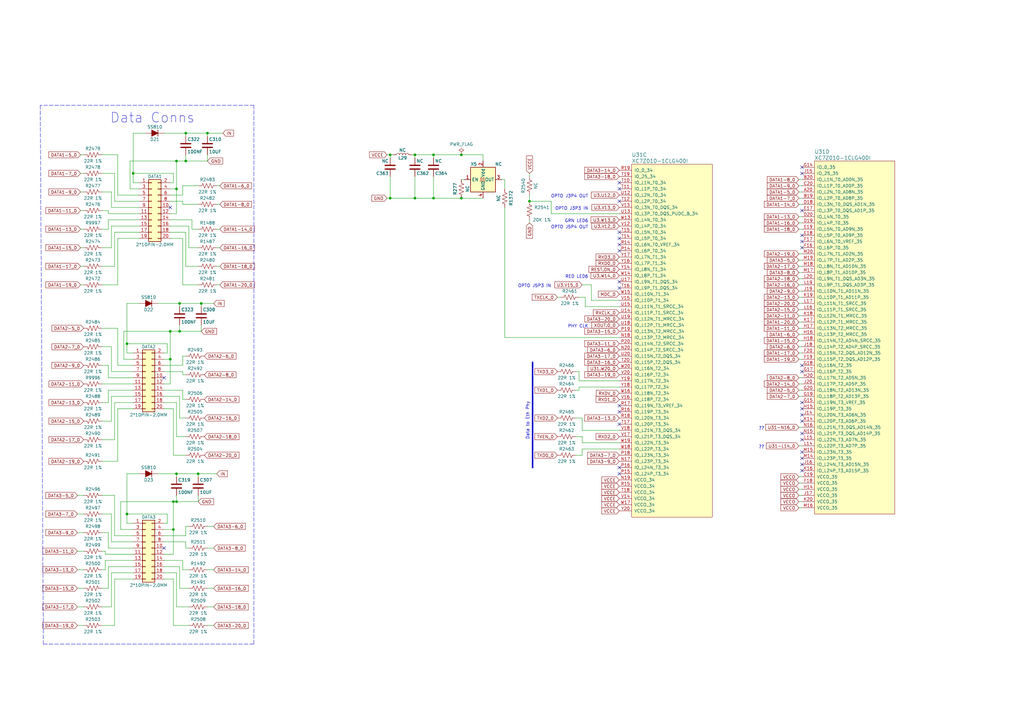
<source format=kicad_sch>
(kicad_sch (version 20210126) (generator eeschema)
  (paper "A3")
  (title_block (title "EBAZ4205 Schematic rebuild.") (date "2021-02-15") (rev "V004") (comment 1 "Some schematic symbols have been eeditted to clear DRC errors") (comment 2 "Extra PWR_FLAGS have been added to clear DRC errors") (comment 3 "Kicad does not allow refs like RxxxA some some devices have been renumbered"))
  (junction (at 52.07 140.97) (diameter 0.9144))
  (junction (at 52.07 210.82) (diameter 0.9144))
  (junction (at 54.61 71.12) (diameter 0.9144))
  (junction (at 69.85 135.89) (diameter 0.9144))
  (junction (at 69.85 147.32) (diameter 0.9144))
  (junction (at 71.12 205.74) (diameter 0.9144))
  (junction (at 71.12 217.17) (diameter 0.9144))
  (junction (at 72.39 66.04) (diameter 0.9144))
  (junction (at 72.39 77.47) (diameter 0.9144))
  (junction (at 72.39 194.31) (diameter 0.9144))
  (junction (at 72.39 205.74) (diameter 0.9144))
  (junction (at 73.66 124.46) (diameter 0.9144))
  (junction (at 73.66 135.89) (diameter 0.9144))
  (junction (at 76.2 54.61) (diameter 0.9144))
  (junction (at 76.2 66.04) (diameter 0.9144))
  (junction (at 81.28 194.31) (diameter 0.9144))
  (junction (at 82.55 124.46) (diameter 0.9144))
  (junction (at 85.09 54.61) (diameter 0.9144))
  (junction (at 160.02 63.5) (diameter 0.9144))
  (junction (at 160.02 81.28) (diameter 0.9144))
  (junction (at 170.18 63.5) (diameter 0.9144))
  (junction (at 170.18 81.28) (diameter 0.9144))
  (junction (at 177.8 63.5) (diameter 0.9144))
  (junction (at 177.8 81.28) (diameter 0.9144))
  (junction (at 189.23 63.5) (diameter 0.9144))
  (junction (at 189.23 81.28) (diameter 0.9144))
  (junction (at 217.17 82.55) (diameter 0.9144))
  (no_connect (at 67.31 154.94))
  (no_connect (at 67.31 224.79))
  (no_connect (at 69.85 85.09))
  (no_connect (at 254 74.93))
  (no_connect (at 254 77.47))
  (no_connect (at 254 82.55))
  (no_connect (at 254 95.25))
  (no_connect (at 254 97.79))
  (no_connect (at 254 100.33))
  (no_connect (at 254 102.87))
  (no_connect (at 254 115.57))
  (no_connect (at 254 118.11))
  (no_connect (at 254 166.37))
  (no_connect (at 254 168.91))
  (no_connect (at 254 173.99))
  (no_connect (at 254 191.77))
  (no_connect (at 254 194.31))
  (no_connect (at 328.93 68.58))
  (no_connect (at 328.93 71.12))
  (no_connect (at 328.93 86.36))
  (no_connect (at 328.93 96.52))
  (no_connect (at 328.93 99.06))
  (no_connect (at 328.93 101.6))
  (no_connect (at 328.93 149.86))
  (no_connect (at 328.93 152.4))
  (no_connect (at 328.93 165.1))
  (no_connect (at 328.93 167.64))
  (no_connect (at 328.93 170.18))
  (no_connect (at 328.93 172.72))
  (no_connect (at 328.93 177.8))
  (no_connect (at 328.93 180.34))
  (no_connect (at 328.93 185.42))
  (no_connect (at 328.93 187.96))
  (no_connect (at 328.93 190.5))
  (no_connect (at 328.93 193.04))
  (wire (pts (xy 31.75 203.2) (xy 34.29 203.2)))
  (wire (pts (xy 31.75 210.82) (xy 34.29 210.82)))
  (wire (pts (xy 31.75 218.44) (xy 34.29 218.44)))
  (wire (pts (xy 31.75 226.06) (xy 34.29 226.06)))
  (wire (pts (xy 31.75 233.68) (xy 34.29 233.68)))
  (wire (pts (xy 31.75 241.3) (xy 34.29 241.3)))
  (wire (pts (xy 31.75 248.92) (xy 34.29 248.92)))
  (wire (pts (xy 31.75 256.54) (xy 34.29 256.54)))
  (wire (pts (xy 33.02 63.5) (xy 34.29 63.5)))
  (wire (pts (xy 33.02 71.12) (xy 34.29 71.12)))
  (wire (pts (xy 33.02 78.74) (xy 34.29 78.74)))
  (wire (pts (xy 33.02 86.36) (xy 34.29 86.36)))
  (wire (pts (xy 33.02 93.98) (xy 34.29 93.98)))
  (wire (pts (xy 33.02 101.6) (xy 34.29 101.6)))
  (wire (pts (xy 33.02 109.22) (xy 34.29 109.22)))
  (wire (pts (xy 33.02 116.84) (xy 34.29 116.84)))
  (wire (pts (xy 41.91 71.12) (xy 46.99 71.12)))
  (wire (pts (xy 41.91 78.74) (xy 45.72 78.74)))
  (wire (pts (xy 41.91 86.36) (xy 44.45 86.36)))
  (wire (pts (xy 41.91 93.98) (xy 44.45 93.98)))
  (wire (pts (xy 41.91 101.6) (xy 45.72 101.6)))
  (wire (pts (xy 41.91 109.22) (xy 46.99 109.22)))
  (wire (pts (xy 41.91 157.48) (xy 54.61 157.48)))
  (wire (pts (xy 41.91 189.23) (xy 48.26 189.23)))
  (wire (pts (xy 41.91 226.06) (xy 43.18 226.06)))
  (wire (pts (xy 43.18 226.06) (xy 43.18 227.33)))
  (wire (pts (xy 43.18 227.33) (xy 54.61 227.33)))
  (wire (pts (xy 43.18 229.87) (xy 43.18 233.68)))
  (wire (pts (xy 43.18 233.68) (xy 41.91 233.68)))
  (wire (pts (xy 44.45 86.36) (xy 44.45 87.63)))
  (wire (pts (xy 44.45 87.63) (xy 57.15 87.63)))
  (wire (pts (xy 44.45 90.17) (xy 57.15 90.17)))
  (wire (pts (xy 44.45 93.98) (xy 44.45 90.17)))
  (wire (pts (xy 44.45 149.86) (xy 41.91 149.86)))
  (wire (pts (xy 44.45 154.94) (xy 44.45 149.86)))
  (wire (pts (xy 44.45 160.02) (xy 44.45 165.1)))
  (wire (pts (xy 44.45 165.1) (xy 41.91 165.1)))
  (wire (pts (xy 44.45 218.44) (xy 41.91 218.44)))
  (wire (pts (xy 44.45 224.79) (xy 44.45 218.44)))
  (wire (pts (xy 44.45 232.41) (xy 44.45 241.3)))
  (wire (pts (xy 44.45 241.3) (xy 41.91 241.3)))
  (wire (pts (xy 45.72 78.74) (xy 45.72 85.09)))
  (wire (pts (xy 45.72 85.09) (xy 57.15 85.09)))
  (wire (pts (xy 45.72 92.71) (xy 57.15 92.71)))
  (wire (pts (xy 45.72 101.6) (xy 45.72 92.71)))
  (wire (pts (xy 45.72 142.24) (xy 41.91 142.24)))
  (wire (pts (xy 45.72 152.4) (xy 45.72 142.24)))
  (wire (pts (xy 45.72 162.56) (xy 45.72 172.72)))
  (wire (pts (xy 45.72 172.72) (xy 41.91 172.72)))
  (wire (pts (xy 45.72 210.82) (xy 41.91 210.82)))
  (wire (pts (xy 45.72 222.25) (xy 45.72 210.82)))
  (wire (pts (xy 45.72 234.95) (xy 45.72 248.92)))
  (wire (pts (xy 45.72 248.92) (xy 41.91 248.92)))
  (wire (pts (xy 46.99 71.12) (xy 46.99 82.55)))
  (wire (pts (xy 46.99 82.55) (xy 57.15 82.55)))
  (wire (pts (xy 46.99 95.25) (xy 57.15 95.25)))
  (wire (pts (xy 46.99 109.22) (xy 46.99 95.25)))
  (wire (pts (xy 46.99 165.1) (xy 46.99 180.34)))
  (wire (pts (xy 46.99 180.34) (xy 41.91 180.34)))
  (wire (pts (xy 46.99 203.2) (xy 41.91 203.2)))
  (wire (pts (xy 46.99 219.71) (xy 46.99 203.2)))
  (wire (pts (xy 46.99 237.49) (xy 46.99 256.54)))
  (wire (pts (xy 46.99 256.54) (xy 41.91 256.54)))
  (wire (pts (xy 48.26 63.5) (xy 41.91 63.5)))
  (wire (pts (xy 48.26 80.01) (xy 48.26 63.5)))
  (wire (pts (xy 48.26 97.79) (xy 48.26 116.84)))
  (wire (pts (xy 48.26 116.84) (xy 41.91 116.84)))
  (wire (pts (xy 48.26 134.62) (xy 41.91 134.62)))
  (wire (pts (xy 48.26 149.86) (xy 48.26 134.62)))
  (wire (pts (xy 48.26 167.64) (xy 48.26 189.23)))
  (wire (pts (xy 49.53 205.74) (xy 49.53 217.17)))
  (wire (pts (xy 49.53 205.74) (xy 71.12 205.74)))
  (wire (pts (xy 49.53 217.17) (xy 54.61 217.17)))
  (wire (pts (xy 50.8 135.89) (xy 50.8 147.32)))
  (wire (pts (xy 50.8 147.32) (xy 54.61 147.32)))
  (wire (pts (xy 52.07 124.46) (xy 52.07 140.97)))
  (wire (pts (xy 52.07 124.46) (xy 57.15 124.46)))
  (wire (pts (xy 52.07 140.97) (xy 52.07 144.78)))
  (wire (pts (xy 52.07 140.97) (xy 68.58 140.97)))
  (wire (pts (xy 52.07 144.78) (xy 54.61 144.78)))
  (wire (pts (xy 52.07 194.31) (xy 52.07 210.82)))
  (wire (pts (xy 52.07 210.82) (xy 52.07 214.63)))
  (wire (pts (xy 52.07 210.82) (xy 68.58 210.82)))
  (wire (pts (xy 52.07 214.63) (xy 54.61 214.63)))
  (wire (pts (xy 53.34 66.04) (xy 53.34 77.47)))
  (wire (pts (xy 53.34 77.47) (xy 57.15 77.47)))
  (wire (pts (xy 54.61 54.61) (xy 54.61 71.12)))
  (wire (pts (xy 54.61 71.12) (xy 54.61 74.93)))
  (wire (pts (xy 54.61 71.12) (xy 71.12 71.12)))
  (wire (pts (xy 54.61 74.93) (xy 57.15 74.93)))
  (wire (pts (xy 54.61 149.86) (xy 48.26 149.86)))
  (wire (pts (xy 54.61 152.4) (xy 45.72 152.4)))
  (wire (pts (xy 54.61 154.94) (xy 44.45 154.94)))
  (wire (pts (xy 54.61 160.02) (xy 44.45 160.02)))
  (wire (pts (xy 54.61 162.56) (xy 45.72 162.56)))
  (wire (pts (xy 54.61 165.1) (xy 46.99 165.1)))
  (wire (pts (xy 54.61 167.64) (xy 48.26 167.64)))
  (wire (pts (xy 54.61 219.71) (xy 46.99 219.71)))
  (wire (pts (xy 54.61 222.25) (xy 45.72 222.25)))
  (wire (pts (xy 54.61 224.79) (xy 44.45 224.79)))
  (wire (pts (xy 54.61 229.87) (xy 43.18 229.87)))
  (wire (pts (xy 54.61 232.41) (xy 44.45 232.41)))
  (wire (pts (xy 54.61 234.95) (xy 45.72 234.95)))
  (wire (pts (xy 54.61 237.49) (xy 46.99 237.49)))
  (wire (pts (xy 57.15 80.01) (xy 48.26 80.01)))
  (wire (pts (xy 57.15 97.79) (xy 48.26 97.79)))
  (wire (pts (xy 57.15 194.31) (xy 52.07 194.31)))
  (wire (pts (xy 59.69 54.61) (xy 54.61 54.61)))
  (wire (pts (xy 64.77 124.46) (xy 73.66 124.46)))
  (wire (pts (xy 64.77 194.31) (xy 72.39 194.31)))
  (wire (pts (xy 67.31 54.61) (xy 76.2 54.61)))
  (wire (pts (xy 67.31 147.32) (xy 69.85 147.32)))
  (wire (pts (xy 67.31 217.17) (xy 71.12 217.17)))
  (wire (pts (xy 67.31 219.71) (xy 76.2 219.71)))
  (wire (pts (xy 67.31 222.25) (xy 76.2 222.25)))
  (wire (pts (xy 67.31 227.33) (xy 71.12 227.33)))
  (wire (pts (xy 67.31 229.87) (xy 74.93 229.87)))
  (wire (pts (xy 67.31 232.41) (xy 73.66 232.41)))
  (wire (pts (xy 67.31 234.95) (xy 72.39 234.95)))
  (wire (pts (xy 67.31 237.49) (xy 71.12 237.49)))
  (wire (pts (xy 68.58 140.97) (xy 68.58 144.78)))
  (wire (pts (xy 68.58 144.78) (xy 67.31 144.78)))
  (wire (pts (xy 68.58 210.82) (xy 68.58 214.63)))
  (wire (pts (xy 68.58 214.63) (xy 67.31 214.63)))
  (wire (pts (xy 69.85 77.47) (xy 72.39 77.47)))
  (wire (pts (xy 69.85 135.89) (xy 50.8 135.89)))
  (wire (pts (xy 69.85 147.32) (xy 69.85 135.89)))
  (wire (pts (xy 69.85 147.32) (xy 69.85 157.48)))
  (wire (pts (xy 69.85 157.48) (xy 67.31 157.48)))
  (wire (pts (xy 71.12 71.12) (xy 71.12 74.93)))
  (wire (pts (xy 71.12 74.93) (xy 69.85 74.93)))
  (wire (pts (xy 71.12 167.64) (xy 67.31 167.64)))
  (wire (pts (xy 71.12 186.69) (xy 71.12 167.64)))
  (wire (pts (xy 71.12 217.17) (xy 71.12 205.74)))
  (wire (pts (xy 71.12 217.17) (xy 71.12 227.33)))
  (wire (pts (xy 71.12 237.49) (xy 71.12 256.54)))
  (wire (pts (xy 71.12 256.54) (xy 77.47 256.54)))
  (wire (pts (xy 72.39 66.04) (xy 53.34 66.04)))
  (wire (pts (xy 72.39 77.47) (xy 72.39 66.04)))
  (wire (pts (xy 72.39 77.47) (xy 72.39 87.63)))
  (wire (pts (xy 72.39 87.63) (xy 69.85 87.63)))
  (wire (pts (xy 72.39 165.1) (xy 67.31 165.1)))
  (wire (pts (xy 72.39 179.07) (xy 72.39 165.1)))
  (wire (pts (xy 72.39 194.31) (xy 72.39 195.58)))
  (wire (pts (xy 72.39 203.2) (xy 72.39 205.74)))
  (wire (pts (xy 72.39 205.74) (xy 71.12 205.74)))
  (wire (pts (xy 72.39 234.95) (xy 72.39 248.92)))
  (wire (pts (xy 72.39 248.92) (xy 77.47 248.92)))
  (wire (pts (xy 73.66 124.46) (xy 73.66 125.73)))
  (wire (pts (xy 73.66 124.46) (xy 82.55 124.46)))
  (wire (pts (xy 73.66 133.35) (xy 73.66 135.89)))
  (wire (pts (xy 73.66 135.89) (xy 69.85 135.89)))
  (wire (pts (xy 73.66 162.56) (xy 67.31 162.56)))
  (wire (pts (xy 73.66 171.45) (xy 73.66 162.56)))
  (wire (pts (xy 73.66 232.41) (xy 73.66 241.3)))
  (wire (pts (xy 73.66 241.3) (xy 77.47 241.3)))
  (wire (pts (xy 74.93 76.2) (xy 74.93 80.01)))
  (wire (pts (xy 74.93 80.01) (xy 69.85 80.01)))
  (wire (pts (xy 74.93 82.55) (xy 69.85 82.55)))
  (wire (pts (xy 74.93 83.82) (xy 74.93 82.55)))
  (wire (pts (xy 74.93 97.79) (xy 69.85 97.79)))
  (wire (pts (xy 74.93 116.84) (xy 74.93 97.79)))
  (wire (pts (xy 74.93 146.05) (xy 74.93 149.86)))
  (wire (pts (xy 74.93 149.86) (xy 67.31 149.86)))
  (wire (pts (xy 74.93 152.4) (xy 67.31 152.4)))
  (wire (pts (xy 74.93 153.67) (xy 74.93 152.4)))
  (wire (pts (xy 74.93 160.02) (xy 67.31 160.02)))
  (wire (pts (xy 74.93 163.83) (xy 74.93 160.02)))
  (wire (pts (xy 74.93 229.87) (xy 74.93 233.68)))
  (wire (pts (xy 74.93 233.68) (xy 77.47 233.68)))
  (wire (pts (xy 76.2 54.61) (xy 76.2 55.88)))
  (wire (pts (xy 76.2 54.61) (xy 85.09 54.61)))
  (wire (pts (xy 76.2 63.5) (xy 76.2 66.04)))
  (wire (pts (xy 76.2 66.04) (xy 72.39 66.04)))
  (wire (pts (xy 76.2 95.25) (xy 69.85 95.25)))
  (wire (pts (xy 76.2 109.22) (xy 76.2 95.25)))
  (wire (pts (xy 76.2 146.05) (xy 74.93 146.05)))
  (wire (pts (xy 76.2 153.67) (xy 74.93 153.67)))
  (wire (pts (xy 76.2 163.83) (xy 74.93 163.83)))
  (wire (pts (xy 76.2 171.45) (xy 73.66 171.45)))
  (wire (pts (xy 76.2 179.07) (xy 72.39 179.07)))
  (wire (pts (xy 76.2 186.69) (xy 71.12 186.69)))
  (wire (pts (xy 76.2 215.9) (xy 77.47 215.9)))
  (wire (pts (xy 76.2 219.71) (xy 76.2 215.9)))
  (wire (pts (xy 76.2 222.25) (xy 76.2 224.79)))
  (wire (pts (xy 76.2 224.79) (xy 77.47 224.79)))
  (wire (pts (xy 77.47 92.71) (xy 69.85 92.71)))
  (wire (pts (xy 77.47 101.6) (xy 77.47 92.71)))
  (wire (pts (xy 78.74 90.17) (xy 69.85 90.17)))
  (wire (pts (xy 78.74 93.98) (xy 78.74 90.17)))
  (wire (pts (xy 81.28 76.2) (xy 74.93 76.2)))
  (wire (pts (xy 81.28 83.82) (xy 74.93 83.82)))
  (wire (pts (xy 81.28 93.98) (xy 78.74 93.98)))
  (wire (pts (xy 81.28 101.6) (xy 77.47 101.6)))
  (wire (pts (xy 81.28 109.22) (xy 76.2 109.22)))
  (wire (pts (xy 81.28 116.84) (xy 74.93 116.84)))
  (wire (pts (xy 81.28 194.31) (xy 72.39 194.31)))
  (wire (pts (xy 81.28 194.31) (xy 81.28 195.58)))
  (wire (pts (xy 81.28 194.31) (xy 88.9 194.31)))
  (wire (pts (xy 81.28 203.2) (xy 81.28 205.74)))
  (wire (pts (xy 81.28 205.74) (xy 72.39 205.74)))
  (wire (pts (xy 82.55 124.46) (xy 82.55 125.73)))
  (wire (pts (xy 82.55 124.46) (xy 87.63 124.46)))
  (wire (pts (xy 82.55 133.35) (xy 82.55 135.89)))
  (wire (pts (xy 82.55 135.89) (xy 73.66 135.89)))
  (wire (pts (xy 85.09 54.61) (xy 85.09 55.88)))
  (wire (pts (xy 85.09 54.61) (xy 91.44 54.61)))
  (wire (pts (xy 85.09 63.5) (xy 85.09 66.04)))
  (wire (pts (xy 85.09 66.04) (xy 76.2 66.04)))
  (wire (pts (xy 85.09 215.9) (xy 87.63 215.9)))
  (wire (pts (xy 85.09 224.79) (xy 87.63 224.79)))
  (wire (pts (xy 85.09 233.68) (xy 87.63 233.68)))
  (wire (pts (xy 85.09 241.3) (xy 87.63 241.3)))
  (wire (pts (xy 85.09 248.92) (xy 87.63 248.92)))
  (wire (pts (xy 85.09 256.54) (xy 87.63 256.54)))
  (wire (pts (xy 88.9 76.2) (xy 90.17 76.2)))
  (wire (pts (xy 88.9 83.82) (xy 90.17 83.82)))
  (wire (pts (xy 88.9 93.98) (xy 90.17 93.98)))
  (wire (pts (xy 88.9 101.6) (xy 90.17 101.6)))
  (wire (pts (xy 88.9 109.22) (xy 90.17 109.22)))
  (wire (pts (xy 88.9 116.84) (xy 90.17 116.84)))
  (wire (pts (xy 158.75 63.5) (xy 160.02 63.5)))
  (wire (pts (xy 160.02 63.5) (xy 160.02 64.77)))
  (wire (pts (xy 160.02 72.39) (xy 160.02 81.28)))
  (wire (pts (xy 160.02 81.28) (xy 158.75 81.28)))
  (wire (pts (xy 161.29 63.5) (xy 160.02 63.5)))
  (wire (pts (xy 168.91 63.5) (xy 170.18 63.5)))
  (wire (pts (xy 170.18 63.5) (xy 170.18 64.77)))
  (wire (pts (xy 170.18 63.5) (xy 177.8 63.5)))
  (wire (pts (xy 170.18 72.39) (xy 170.18 81.28)))
  (wire (pts (xy 170.18 81.28) (xy 160.02 81.28)))
  (wire (pts (xy 177.8 63.5) (xy 177.8 64.77)))
  (wire (pts (xy 177.8 63.5) (xy 189.23 63.5)))
  (wire (pts (xy 177.8 72.39) (xy 177.8 81.28)))
  (wire (pts (xy 177.8 81.28) (xy 170.18 81.28)))
  (wire (pts (xy 177.8 81.28) (xy 189.23 81.28)))
  (wire (pts (xy 189.23 63.5) (xy 198.12 63.5)))
  (wire (pts (xy 190.5 73.66) (xy 189.23 73.66)))
  (wire (pts (xy 198.12 63.5) (xy 198.12 66.04)))
  (wire (pts (xy 198.12 81.28) (xy 189.23 81.28)))
  (wire (pts (xy 205.74 73.66) (xy 207.01 73.66)))
  (wire (pts (xy 207.01 73.66) (xy 207.01 77.47)))
  (wire (pts (xy 207.01 85.09) (xy 207.01 138.43)))
  (wire (pts (xy 207.01 138.43) (xy 254 138.43)))
  (wire (pts (xy 217.17 71.12) (xy 217.17 72.39)))
  (wire (pts (xy 217.17 80.01) (xy 217.17 82.55)))
  (wire (pts (xy 217.17 82.55) (xy 226.06 82.55)))
  (wire (pts (xy 217.17 90.17) (xy 217.17 91.44)))
  (wire (pts (xy 226.06 87.63) (xy 226.06 82.55)))
  (wire (pts (xy 228.6 121.92) (xy 229.87 121.92)))
  (wire (pts (xy 236.22 160.02) (xy 237.49 160.02)))
  (wire (pts (xy 236.22 179.07) (xy 238.76 179.07)))
  (wire (pts (xy 236.22 186.69) (xy 238.76 186.69)))
  (wire (pts (xy 237.49 152.4) (xy 236.22 152.4)))
  (wire (pts (xy 237.49 156.21) (xy 237.49 152.4)))
  (wire (pts (xy 237.49 158.75) (xy 237.49 160.02)))
  (wire (pts (xy 238.76 116.84) (xy 242.57 116.84)))
  (wire (pts (xy 238.76 171.45) (xy 236.22 171.45)))
  (wire (pts (xy 238.76 176.53) (xy 238.76 171.45)))
  (wire (pts (xy 238.76 181.61) (xy 238.76 179.07)))
  (wire (pts (xy 238.76 184.15) (xy 238.76 186.69)))
  (wire (pts (xy 240.03 121.92) (xy 237.49 121.92)))
  (wire (pts (xy 240.03 125.73) (xy 240.03 121.92)))
  (wire (pts (xy 242.57 123.19) (xy 242.57 116.84)))
  (wire (pts (xy 254 87.63) (xy 226.06 87.63)))
  (wire (pts (xy 254 123.19) (xy 242.57 123.19)))
  (wire (pts (xy 254 125.73) (xy 240.03 125.73)))
  (wire (pts (xy 254 156.21) (xy 237.49 156.21)))
  (wire (pts (xy 254 158.75) (xy 237.49 158.75)))
  (wire (pts (xy 254 176.53) (xy 238.76 176.53)))
  (wire (pts (xy 254 181.61) (xy 238.76 181.61)))
  (wire (pts (xy 254 184.15) (xy 238.76 184.15)))
  (wire (pts (xy 327.66 73.66) (xy 328.93 73.66)))
  (wire (pts (xy 327.66 76.2) (xy 328.93 76.2)))
  (wire (pts (xy 327.66 78.74) (xy 328.93 78.74)))
  (wire (pts (xy 327.66 81.28) (xy 328.93 81.28)))
  (wire (pts (xy 327.66 83.82) (xy 328.93 83.82)))
  (wire (pts (xy 327.66 88.9) (xy 328.93 88.9)))
  (wire (pts (xy 327.66 91.44) (xy 328.93 91.44)))
  (wire (pts (xy 327.66 93.98) (xy 328.93 93.98)))
  (wire (pts (xy 327.66 104.14) (xy 328.93 104.14)))
  (wire (pts (xy 327.66 106.68) (xy 328.93 106.68)))
  (wire (pts (xy 327.66 109.22) (xy 328.93 109.22)))
  (wire (pts (xy 327.66 111.76) (xy 328.93 111.76)))
  (wire (pts (xy 327.66 114.3) (xy 328.93 114.3)))
  (wire (pts (xy 327.66 116.84) (xy 328.93 116.84)))
  (wire (pts (xy 327.66 119.38) (xy 328.93 119.38)))
  (wire (pts (xy 327.66 121.92) (xy 328.93 121.92)))
  (wire (pts (xy 327.66 124.46) (xy 328.93 124.46)))
  (wire (pts (xy 327.66 127) (xy 328.93 127)))
  (wire (pts (xy 327.66 129.54) (xy 328.93 129.54)))
  (wire (pts (xy 327.66 132.08) (xy 328.93 132.08)))
  (wire (pts (xy 327.66 134.62) (xy 328.93 134.62)))
  (wire (pts (xy 327.66 137.16) (xy 328.93 137.16)))
  (wire (pts (xy 327.66 139.7) (xy 328.93 139.7)))
  (wire (pts (xy 327.66 142.24) (xy 328.93 142.24)))
  (wire (pts (xy 327.66 144.78) (xy 328.93 144.78)))
  (wire (pts (xy 327.66 147.32) (xy 328.93 147.32)))
  (wire (pts (xy 327.66 154.94) (xy 328.93 154.94)))
  (wire (pts (xy 327.66 157.48) (xy 328.93 157.48)))
  (wire (pts (xy 327.66 160.02) (xy 328.93 160.02)))
  (wire (pts (xy 327.66 162.56) (xy 328.93 162.56)))
  (wire (pts (xy 327.66 175.26) (xy 328.93 175.26)))
  (wire (pts (xy 327.66 182.88) (xy 328.93 182.88)))
  (wire (pts (xy 327.66 195.58) (xy 328.93 195.58)))
  (wire (pts (xy 327.66 198.12) (xy 328.93 198.12)))
  (wire (pts (xy 327.66 200.66) (xy 328.93 200.66)))
  (wire (pts (xy 327.66 203.2) (xy 328.93 203.2)))
  (wire (pts (xy 327.66 205.74) (xy 328.93 205.74)))
  (wire (pts (xy 327.66 208.28) (xy 328.93 208.28)))
  (polyline (pts (xy 16.51 43.18) (xy 17.78 264.16)) (stroke (width 0) (type dash)))
  (polyline (pts (xy 17.78 264.16) (xy 104.14 264.16)) (stroke (width 0) (type dash)))
  (polyline (pts (xy 104.14 43.18) (xy 16.51 43.18)) (stroke (width 0) (type dash)))
  (polyline (pts (xy 104.14 264.16) (xy 104.14 43.18)) (stroke (width 0) (type dash)))
  (polyline (pts (xy 218.44 148.59) (xy 218.44 191.77)) (stroke (width 0.6) (type solid)))
  (text "Data Conns" (at 45.085 50.785 0) (effects (font (size 4 4)) (justify left bottom)))
  (text "Data to Eth Phy" (at 217.17 180.34 90) (effects (font (size 1.27 1.27)) (justify left bottom)))
  (text "OPTO J5P3 IN" (at 226.06 118.11 180) (effects (font (size 1.27 1.27)) (justify right bottom)))
  (text "OPTO J3P4 OUT" (at 241.3 81.28 180) (effects (font (size 1.27 1.27)) (justify right bottom)))
  (text "OPTO J3P3 IN" (at 241.3 86.36 180) (effects (font (size 1.27 1.27)) (justify right bottom)))
  (text "GRN LED6" (at 241.3 91.44 180) (effects (font (size 1.27 1.27)) (justify right bottom)))
  (text "OPTO J5P4 OUT" (at 241.3 93.98 180) (effects (font (size 1.27 1.27)) (justify right bottom)))
  (text "RED LED6" (at 241.3 114.3 180) (effects (font (size 1.27 1.27)) (justify right bottom)))
  (text "PHY CLK" (at 241.3 134.62 180) (effects (font (size 1.27 1.27)) (justify right bottom)))
  (text "??" (at 311.15 176.53 0) (effects (font (size 1.27 1.27)) (justify left bottom)))
  (text "??" (at 311.15 184.15 0) (effects (font (size 1.27 1.27)) (justify left bottom)))
  (global_label "DATA3-5_0" (shape input) (at 31.75 203.2 180) (property "Intersheet References" "${INTERSHEET_REFS}" (effects hide)))
  (global_label "DATA3-7_0" (shape input) (at 31.75 210.82 180) (property "Intersheet References" "${INTERSHEET_REFS}" (effects hide)))
  (global_label "DATA3-9_0" (shape input) (at 31.75 218.44 180) (property "Intersheet References" "${INTERSHEET_REFS}" (effects hide)))
  (global_label "DATA3-11_0" (shape input) (at 31.75 226.06 180) (property "Intersheet References" "${INTERSHEET_REFS}" (effects hide)))
  (global_label "DATA3-13_0" (shape input) (at 31.75 233.68 180) (property "Intersheet References" "${INTERSHEET_REFS}" (effects hide)))
  (global_label "DATA3-15_0" (shape input) (at 31.75 241.3 180) (property "Intersheet References" "${INTERSHEET_REFS}" (effects hide)))
  (global_label "DATA3-17_0" (shape input) (at 31.75 248.92 180) (property "Intersheet References" "${INTERSHEET_REFS}" (effects hide)))
  (global_label "DATA3-19_0" (shape input) (at 31.75 256.54 180) (property "Intersheet References" "${INTERSHEET_REFS}" (effects hide)))
  (global_label "DATA1-5_0" (shape input) (at 33.02 63.5 180) (property "Intersheet References" "${INTERSHEET_REFS}" (effects hide)))
  (global_label "DATA1-7_0" (shape input) (at 33.02 71.12 180) (property "Intersheet References" "${INTERSHEET_REFS}" (effects hide)))
  (global_label "DATA1-9_0" (shape input) (at 33.02 78.74 180) (property "Intersheet References" "${INTERSHEET_REFS}" (effects hide)))
  (global_label "DATA1-11_0" (shape input) (at 33.02 86.36 180) (property "Intersheet References" "${INTERSHEET_REFS}" (effects hide)))
  (global_label "DATA1-13_0" (shape input) (at 33.02 93.98 180) (property "Intersheet References" "${INTERSHEET_REFS}" (effects hide)))
  (global_label "DATA1-15_0" (shape input) (at 33.02 101.6 180) (property "Intersheet References" "${INTERSHEET_REFS}" (effects hide)))
  (global_label "DATA1-17_0" (shape input) (at 33.02 109.22 180) (property "Intersheet References" "${INTERSHEET_REFS}" (effects hide)))
  (global_label "DATA1-19_0" (shape input) (at 33.02 116.84 180) (property "Intersheet References" "${INTERSHEET_REFS}" (effects hide)))
  (global_label "DATA2-5_0" (shape input) (at 34.29 134.62 180) (property "Intersheet References" "${INTERSHEET_REFS}" (effects hide)))
  (global_label "DATA2-7_0" (shape input) (at 34.29 142.24 180) (property "Intersheet References" "${INTERSHEET_REFS}" (effects hide)))
  (global_label "DATA2-9_0" (shape input) (at 34.29 149.86 180) (property "Intersheet References" "${INTERSHEET_REFS}" (effects hide)))
  (global_label "DATA2-11_0" (shape input) (at 34.29 157.48 180) (property "Intersheet References" "${INTERSHEET_REFS}" (effects hide)))
  (global_label "DATA2-13_0" (shape input) (at 34.29 165.1 180) (property "Intersheet References" "${INTERSHEET_REFS}" (effects hide)))
  (global_label "DATA2-15_0" (shape input) (at 34.29 172.72 180) (property "Intersheet References" "${INTERSHEET_REFS}" (effects hide)))
  (global_label "DATA2-17_0" (shape input) (at 34.29 180.34 180) (property "Intersheet References" "${INTERSHEET_REFS}" (effects hide)))
  (global_label "DATA2-19_0" (shape input) (at 34.29 189.23 180) (property "Intersheet References" "${INTERSHEET_REFS}" (effects hide)))
  (global_label "GND" (shape input) (at 81.28 205.74 0) (property "Intersheet References" "${INTERSHEET_REFS}" (effects hide)))
  (global_label "GND" (shape input) (at 82.55 135.89 0) (property "Intersheet References" "${INTERSHEET_REFS}" (effects hide)))
  (global_label "DATA2-6_0" (shape input) (at 83.82 146.05 0) (property "Intersheet References" "${INTERSHEET_REFS}" (effects hide)))
  (global_label "DATA2-8_0" (shape input) (at 83.82 153.67 0) (property "Intersheet References" "${INTERSHEET_REFS}" (effects hide)))
  (global_label "DATA2-14_0" (shape input) (at 83.82 163.83 0) (property "Intersheet References" "${INTERSHEET_REFS}" (effects hide)))
  (global_label "DATA2-16_0" (shape input) (at 83.82 171.45 0) (property "Intersheet References" "${INTERSHEET_REFS}" (effects hide)))
  (global_label "DATA2-18_0" (shape input) (at 83.82 179.07 0) (property "Intersheet References" "${INTERSHEET_REFS}" (effects hide)))
  (global_label "DATA2-20_0" (shape input) (at 83.82 186.69 0) (property "Intersheet References" "${INTERSHEET_REFS}" (effects hide)))
  (global_label "GND" (shape input) (at 85.09 66.04 0) (property "Intersheet References" "${INTERSHEET_REFS}" (effects hide)))
  (global_label "IN" (shape input) (at 87.63 124.46 0) (property "Intersheet References" "${INTERSHEET_REFS}" (effects hide)))
  (global_label "DATA3-6_0" (shape input) (at 87.63 215.9 0) (property "Intersheet References" "${INTERSHEET_REFS}" (effects hide)))
  (global_label "DATA3-8_0" (shape input) (at 87.63 224.79 0) (property "Intersheet References" "${INTERSHEET_REFS}" (effects hide)))
  (global_label "DATA3-14_0" (shape input) (at 87.63 233.68 0) (property "Intersheet References" "${INTERSHEET_REFS}" (effects hide)))
  (global_label "DATA3-16_0" (shape input) (at 87.63 241.3 0) (property "Intersheet References" "${INTERSHEET_REFS}" (effects hide)))
  (global_label "DATA3-18_0" (shape input) (at 87.63 248.92 0) (property "Intersheet References" "${INTERSHEET_REFS}" (effects hide)))
  (global_label "DATA3-20_0" (shape input) (at 87.63 256.54 0) (property "Intersheet References" "${INTERSHEET_REFS}" (effects hide)))
  (global_label "IN" (shape input) (at 88.9 194.31 0) (property "Intersheet References" "${INTERSHEET_REFS}" (effects hide)))
  (global_label "DATA1-6_0" (shape input) (at 90.17 76.2 0) (property "Intersheet References" "${INTERSHEET_REFS}" (effects hide)))
  (global_label "DATA1-8_0" (shape input) (at 90.17 83.82 0) (property "Intersheet References" "${INTERSHEET_REFS}" (effects hide)))
  (global_label "DATA1-14_0" (shape input) (at 90.17 93.98 0) (property "Intersheet References" "${INTERSHEET_REFS}" (effects hide)))
  (global_label "DATA1-16_0" (shape input) (at 90.17 101.6 0) (property "Intersheet References" "${INTERSHEET_REFS}" (effects hide)))
  (global_label "DATA1-18_0" (shape input) (at 90.17 109.22 0) (property "Intersheet References" "${INTERSHEET_REFS}" (effects hide)))
  (global_label "DATA1-20_0" (shape input) (at 90.17 116.84 0) (property "Intersheet References" "${INTERSHEET_REFS}" (effects hide)))
  (global_label "IN" (shape input) (at 91.44 54.61 0) (property "Intersheet References" "${INTERSHEET_REFS}" (effects hide)))
  (global_label "VCCE" (shape input) (at 158.75 63.5 180) (property "Intersheet References" "${INTERSHEET_REFS}" (effects hide)))
  (global_label "GND" (shape input) (at 158.75 81.28 180) (property "Intersheet References" "${INTERSHEET_REFS}" (effects hide)))
  (global_label "VCCE" (shape input) (at 217.17 71.12 90) (property "Intersheet References" "${INTERSHEET_REFS}" (effects hide)))
  (global_label "GND" (shape input) (at 217.17 91.44 270) (property "Intersheet References" "${INTERSHEET_REFS}" (effects hide)))
  (global_label "TXCLK_0" (shape input) (at 228.6 121.92 180) (property "Intersheet References" "${INTERSHEET_REFS}" (effects hide)))
  (global_label "TXD3_0" (shape input) (at 228.6 152.4 180) (property "Intersheet References" "${INTERSHEET_REFS}" (effects hide)))
  (global_label "TXD1_0" (shape input) (at 228.6 160.02 180) (property "Intersheet References" "${INTERSHEET_REFS}" (effects hide)))
  (global_label "TXD2_0" (shape input) (at 228.6 171.45 180) (property "Intersheet References" "${INTERSHEET_REFS}" (effects hide)))
  (global_label "TXEN_0" (shape input) (at 228.6 179.07 180) (property "Intersheet References" "${INTERSHEET_REFS}" (effects hide)))
  (global_label "TXD0_0" (shape input) (at 228.6 186.69 180) (property "Intersheet References" "${INTERSHEET_REFS}" (effects hide)))
  (global_label "U3.V15_0" (shape input) (at 238.76 116.84 180) (property "Intersheet References" "${INTERSHEET_REFS}" (effects hide)))
  (global_label "DATA3-14_0" (shape input) (at 254 69.85 180) (property "Intersheet References" "${INTERSHEET_REFS}" (effects hide)))
  (global_label "DATA3-18_0" (shape input) (at 254 72.39 180) (property "Intersheet References" "${INTERSHEET_REFS}" (effects hide)))
  (global_label "U3.U12_0" (shape input) (at 254 80.01 180) (property "Intersheet References" "${INTERSHEET_REFS}" (effects hide)))
  (global_label "U3.V13_0" (shape input) (at 254 85.09 180) (property "Intersheet References" "${INTERSHEET_REFS}" (effects hide)))
  (global_label "U3.W13_0" (shape input) (at 254 90.17 180) (property "Intersheet References" "${INTERSHEET_REFS}" (effects hide)))
  (global_label "U3.V12_0" (shape input) (at 254 92.71 180) (property "Intersheet References" "${INTERSHEET_REFS}" (effects hide)))
  (global_label "RXD3_0" (shape input) (at 254 105.41 180) (property "Intersheet References" "${INTERSHEET_REFS}" (effects hide)))
  (global_label "RXD0_0" (shape input) (at 254 107.95 180) (property "Intersheet References" "${INTERSHEET_REFS}" (effects hide)))
  (global_label "REST.ON_0" (shape input) (at 254 110.49 180) (property "Intersheet References" "${INTERSHEET_REFS}" (effects hide)))
  (global_label "U3.W14_0" (shape input) (at 254 113.03 180) (property "Intersheet References" "${INTERSHEET_REFS}" (effects hide)))
  (global_label "MDC_0" (shape input) (at 254 120.65 180) (property "Intersheet References" "${INTERSHEET_REFS}" (effects hide)))
  (global_label "RXCLK_0" (shape input) (at 254 128.27 180) (property "Intersheet References" "${INTERSHEET_REFS}" (effects hide)))
  (global_label "DATA3-20_0" (shape input) (at 254 130.81 180) (property "Intersheet References" "${INTERSHEET_REFS}" (effects hide)))
  (global_label "XOUT.0_0" (shape input) (at 254 133.35 180) (property "Intersheet References" "${INTERSHEET_REFS}" (effects hide)))
  (global_label "DATA3-15_0" (shape input) (at 254 135.89 180) (property "Intersheet References" "${INTERSHEET_REFS}" (effects hide)))
  (global_label "DATA3-11_0" (shape input) (at 254 140.97 180) (property "Intersheet References" "${INTERSHEET_REFS}" (effects hide)))
  (global_label "DATA3-6_0" (shape input) (at 254 143.51 180) (property "Intersheet References" "${INTERSHEET_REFS}" (effects hide)))
  (global_label "DATA3-17_0" (shape input) (at 254 146.05 180) (property "Intersheet References" "${INTERSHEET_REFS}" (effects hide)))
  (global_label "DATA3-16_0" (shape input) (at 254 148.59 180) (property "Intersheet References" "${INTERSHEET_REFS}" (effects hide)))
  (global_label "U31.W20_0" (shape input) (at 254 151.13 180) (property "Intersheet References" "${INTERSHEET_REFS}" (effects hide)))
  (global_label "DATA3-19_0" (shape input) (at 254 153.67 180) (property "Intersheet References" "${INTERSHEET_REFS}" (effects hide)))
  (global_label "RXDV_0" (shape input) (at 254 161.29 180) (property "Intersheet References" "${INTERSHEET_REFS}" (effects hide)))
  (global_label "RXD1_0" (shape input) (at 254 163.83 180) (property "Intersheet References" "${INTERSHEET_REFS}" (effects hide)))
  (global_label "DATA3-13_0" (shape input) (at 254 171.45 180) (property "Intersheet References" "${INTERSHEET_REFS}" (effects hide)))
  (global_label "RXD2_0" (shape input) (at 254 179.07 180) (property "Intersheet References" "${INTERSHEET_REFS}" (effects hide)))
  (global_label "DATA3-7_0" (shape input) (at 254 186.69 180) (property "Intersheet References" "${INTERSHEET_REFS}" (effects hide)))
  (global_label "DATA3-9_0" (shape input) (at 254 189.23 180) (property "Intersheet References" "${INTERSHEET_REFS}" (effects hide)))
  (global_label "VCCE" (shape input) (at 254 196.85 180) (property "Intersheet References" "${INTERSHEET_REFS}" (effects hide)))
  (global_label "VCCE" (shape input) (at 254 199.39 180) (property "Intersheet References" "${INTERSHEET_REFS}" (effects hide)))
  (global_label "VCCE" (shape input) (at 254 201.93 180) (property "Intersheet References" "${INTERSHEET_REFS}" (effects hide)))
  (global_label "VCCE" (shape input) (at 254 204.47 180) (property "Intersheet References" "${INTERSHEET_REFS}" (effects hide)))
  (global_label "VCCE" (shape input) (at 254 207.01 180) (property "Intersheet References" "${INTERSHEET_REFS}" (effects hide)))
  (global_label "VCCE" (shape input) (at 254 209.55 180) (property "Intersheet References" "${INTERSHEET_REFS}" (effects hide)))
  (global_label "DATA1-8_0" (shape input) (at 327.66 73.66 180) (property "Intersheet References" "${INTERSHEET_REFS}" (effects hide)))
  (global_label "DATA1-9_0" (shape input) (at 327.66 76.2 180) (property "Intersheet References" "${INTERSHEET_REFS}" (effects hide)))
  (global_label "DATA1-5_0" (shape input) (at 327.66 78.74 180) (property "Intersheet References" "${INTERSHEET_REFS}" (effects hide)))
  (global_label "DATA1-7_0" (shape input) (at 327.66 81.28 180) (property "Intersheet References" "${INTERSHEET_REFS}" (effects hide)))
  (global_label "DATA1-14_0" (shape input) (at 327.66 83.82 180) (property "Intersheet References" "${INTERSHEET_REFS}" (effects hide)))
  (global_label "DATA1-13_0" (shape input) (at 327.66 88.9 180) (property "Intersheet References" "${INTERSHEET_REFS}" (effects hide)))
  (global_label "DATA1-16_0" (shape input) (at 327.66 91.44 180) (property "Intersheet References" "${INTERSHEET_REFS}" (effects hide)))
  (global_label "DATA1-18_0" (shape input) (at 327.66 93.98 180) (property "Intersheet References" "${INTERSHEET_REFS}" (effects hide)))
  (global_label "DATA2-19_0" (shape input) (at 327.66 104.14 180) (property "Intersheet References" "${INTERSHEET_REFS}" (effects hide)))
  (global_label "DATA3-5_0" (shape input) (at 327.66 106.68 180) (property "Intersheet References" "${INTERSHEET_REFS}" (effects hide)))
  (global_label "DATA2-17_0" (shape input) (at 327.66 109.22 180) (property "Intersheet References" "${INTERSHEET_REFS}" (effects hide)))
  (global_label "DATA3-8_0" (shape input) (at 327.66 111.76 180) (property "Intersheet References" "${INTERSHEET_REFS}" (effects hide)))
  (global_label "DATA2-18_0" (shape input) (at 327.66 114.3 180) (property "Intersheet References" "${INTERSHEET_REFS}" (effects hide)))
  (global_label "DATA2-16_0" (shape input) (at 327.66 116.84 180) (property "Intersheet References" "${INTERSHEET_REFS}" (effects hide)))
  (global_label "DATA2-9_0" (shape input) (at 327.66 119.38 180) (property "Intersheet References" "${INTERSHEET_REFS}" (effects hide)))
  (global_label "DATA2-13_0" (shape input) (at 327.66 121.92 180) (property "Intersheet References" "${INTERSHEET_REFS}" (effects hide)))
  (global_label "DATA2-20_0" (shape input) (at 327.66 124.46 180) (property "Intersheet References" "${INTERSHEET_REFS}" (effects hide)))
  (global_label "DATA2-15_0" (shape input) (at 327.66 127 180) (property "Intersheet References" "${INTERSHEET_REFS}" (effects hide)))
  (global_label "DATA2-11_0" (shape input) (at 327.66 129.54 180) (property "Intersheet References" "${INTERSHEET_REFS}" (effects hide)))
  (global_label "DATA1-20_0" (shape input) (at 327.66 132.08 180) (property "Intersheet References" "${INTERSHEET_REFS}" (effects hide)))
  (global_label "DATA1-11_0" (shape input) (at 327.66 134.62 180) (property "Intersheet References" "${INTERSHEET_REFS}" (effects hide)))
  (global_label "DATA1-6_0" (shape input) (at 327.66 137.16 180) (property "Intersheet References" "${INTERSHEET_REFS}" (effects hide)))
  (global_label "DATA1-15_0" (shape input) (at 327.66 139.7 180) (property "Intersheet References" "${INTERSHEET_REFS}" (effects hide)))
  (global_label "DATA2-6_0" (shape input) (at 327.66 142.24 180) (property "Intersheet References" "${INTERSHEET_REFS}" (effects hide)))
  (global_label "DATA1-17_0" (shape input) (at 327.66 144.78 180) (property "Intersheet References" "${INTERSHEET_REFS}" (effects hide)))
  (global_label "DATA1-19_0" (shape input) (at 327.66 147.32 180) (property "Intersheet References" "${INTERSHEET_REFS}" (effects hide)))
  (global_label "DATA2-8_0" (shape input) (at 327.66 154.94 180) (property "Intersheet References" "${INTERSHEET_REFS}" (effects hide)))
  (global_label "DATA2-14_0" (shape input) (at 327.66 157.48 180) (property "Intersheet References" "${INTERSHEET_REFS}" (effects hide)))
  (global_label "DATA2-5_0" (shape input) (at 327.66 160.02 180) (property "Intersheet References" "${INTERSHEET_REFS}" (effects hide)))
  (global_label "DATA2-7_0" (shape input) (at 327.66 162.56 180) (property "Intersheet References" "${INTERSHEET_REFS}" (effects hide)))
  (global_label "U31-N16_0" (shape input) (at 327.66 175.26 180) (property "Intersheet References" "${INTERSHEET_REFS}" (effects hide)))
  (global_label "U31-L14_0" (shape input) (at 327.66 182.88 180) (property "Intersheet References" "${INTERSHEET_REFS}" (effects hide)))
  (global_label "VCCO" (shape input) (at 327.66 195.58 180) (property "Intersheet References" "${INTERSHEET_REFS}" (effects hide)))
  (global_label "VCCO" (shape input) (at 327.66 198.12 180) (property "Intersheet References" "${INTERSHEET_REFS}" (effects hide)))
  (global_label "VCCO" (shape input) (at 327.66 200.66 180) (property "Intersheet References" "${INTERSHEET_REFS}" (effects hide)))
  (global_label "VCCO" (shape input) (at 327.66 203.2 180) (property "Intersheet References" "${INTERSHEET_REFS}" (effects hide)))
  (global_label "VCCO" (shape input) (at 327.66 205.74 180) (property "Intersheet References" "${INTERSHEET_REFS}" (effects hide)))
  (global_label "VCCO" (shape input) (at 327.66 208.28 180) (property "Intersheet References" "${INTERSHEET_REFS}" (effects hide)))
  (symbol (lib_id "power:PWR_FLAG") (at 189.23 63.5 0) (unit 1)
    (property "Reference" "#FLG0121" (effects hide))
    (property "Value" "PWR_FLAG" (at 189.23 59.1756 0))
  )
  (symbol (lib_id "Device:L") (at 165.1 63.5 270) (mirror x) (unit 1)
    (property "Reference" "L29" (at 165.1 64.77 90))
    (property "Value" "NC" (at 165.1 61.595 90))
  )
  (symbol (lib_id "Device:R_US") (at 38.1 63.5 270) (mirror x) (unit 1)
    (property "Reference" "R2479" (at 38.1 60.96 90))
    (property "Value" "22R 1%" (at 38.1 66.04 90))
  )
  (symbol (lib_id "Device:R_US") (at 38.1 71.12 270) (mirror x) (unit 1)
    (property "Reference" "R2478" (at 38.1 68.58 90))
    (property "Value" "22R 1%" (at 38.1 73.66 90))
  )
  (symbol (lib_id "Device:R_US") (at 38.1 78.74 270) (mirror x) (unit 1)
    (property "Reference" "R2477" (at 38.1 76.2 90))
    (property "Value" "22R 1%" (at 38.1 81.28 90))
  )
  (symbol (lib_id "Device:R_US") (at 38.1 86.36 270) (mirror x) (unit 1)
    (property "Reference" "R2476" (at 38.1 83.82 90))
    (property "Value" "22R 1%" (at 38.1 88.9 90))
  )
  (symbol (lib_id "Device:R_US") (at 38.1 93.98 270) (mirror x) (unit 1)
    (property "Reference" "R9997" (at 38.1 91.44 90))
    (property "Value" "22R 1%" (at 38.1 96.52 90))
  )
  (symbol (lib_id "Device:R_US") (at 38.1 101.6 270) (mirror x) (unit 1)
    (property "Reference" "R2474" (at 38.1 99.06 90))
    (property "Value" "22R 1%" (at 38.1 104.14 90))
  )
  (symbol (lib_id "Device:R_US") (at 38.1 109.22 270) (mirror x) (unit 1)
    (property "Reference" "R2473" (at 38.1 106.68 90))
    (property "Value" "22R 1%" (at 38.1 111.76 90))
  )
  (symbol (lib_id "Device:R_US") (at 38.1 116.84 270) (mirror x) (unit 1)
    (property "Reference" "R2472" (at 38.1 114.3 90))
    (property "Value" "22R 1%" (at 38.1 119.38 90))
  )
  (symbol (lib_id "Device:R_US") (at 38.1 134.62 270) (mirror x) (unit 1)
    (property "Reference" "R2484" (at 38.1 132.08 90))
    (property "Value" "22R 1%" (at 38.1 137.16 90))
  )
  (symbol (lib_id "Device:R_US") (at 38.1 142.24 270) (mirror x) (unit 1)
    (property "Reference" "R2485" (at 38.1 139.7 90))
    (property "Value" "22R 1%" (at 38.1 144.78 90))
  )
  (symbol (lib_id "Device:R_US") (at 38.1 149.86 270) (mirror x) (unit 1)
    (property "Reference" "R2486" (at 38.1 147.32 90))
    (property "Value" "22R 1%" (at 38.1 152.4 90))
  )
  (symbol (lib_id "Device:R_US") (at 38.1 157.48 270) (mirror x) (unit 1)
    (property "Reference" "R9996" (at 38.1 154.94 90))
    (property "Value" "22R 1%" (at 38.1 160.02 90))
  )
  (symbol (lib_id "Device:R_US") (at 38.1 165.1 270) (mirror x) (unit 1)
    (property "Reference" "R2488" (at 38.1 162.56 90))
    (property "Value" "22R 1%" (at 38.1 167.64 90))
  )
  (symbol (lib_id "Device:R_US") (at 38.1 172.72 270) (mirror x) (unit 1)
    (property "Reference" "R2489" (at 38.1 170.18 90))
    (property "Value" "22R 1%" (at 38.1 175.26 90))
  )
  (symbol (lib_id "Device:R_US") (at 38.1 180.34 270) (mirror x) (unit 1)
    (property "Reference" "R2490" (at 38.1 177.8 90))
    (property "Value" "22R 1%" (at 38.1 182.88 90))
  )
  (symbol (lib_id "Device:R_US") (at 38.1 189.23 270) (mirror x) (unit 1)
    (property "Reference" "R2491" (at 38.1 186.69 90))
    (property "Value" "22R 1%" (at 38.1 191.77 90))
  )
  (symbol (lib_id "Device:R_US") (at 38.1 203.2 270) (mirror x) (unit 1)
    (property "Reference" "R2496" (at 38.1 200.66 90))
    (property "Value" "22R 1%" (at 38.1 205.74 90))
  )
  (symbol (lib_id "Device:R_US") (at 38.1 210.82 270) (mirror x) (unit 1)
    (property "Reference" "R2497" (at 38.1 208.28 90))
    (property "Value" "22R 1%" (at 38.1 213.36 90))
  )
  (symbol (lib_id "Device:R_US") (at 38.1 218.44 270) (mirror x) (unit 1)
    (property "Reference" "R2498" (at 38.1 215.9 90))
    (property "Value" "22R 1%" (at 38.1 220.98 90))
  )
  (symbol (lib_id "Device:R_US") (at 38.1 226.06 270) (mirror x) (unit 1)
    (property "Reference" "R2499" (at 38.1 223.52 90))
    (property "Value" "22R 1%" (at 38.1 228.6 90))
  )
  (symbol (lib_id "Device:R_US") (at 38.1 233.68 270) (mirror x) (unit 1)
    (property "Reference" "R2500" (at 38.1 231.14 90))
    (property "Value" "22R 1%" (at 38.1 236.22 90))
  )
  (symbol (lib_id "Device:R_US") (at 38.1 241.3 270) (mirror x) (unit 1)
    (property "Reference" "R2501" (at 38.1 238.76 90))
    (property "Value" "22R 1%" (at 38.1 243.84 90))
  )
  (symbol (lib_id "Device:R_US") (at 38.1 248.92 270) (mirror x) (unit 1)
    (property "Reference" "R2502" (at 38.1 246.38 90))
    (property "Value" "22R 1%" (at 38.1 251.46 90))
  )
  (symbol (lib_id "Device:R_US") (at 38.1 256.54 270) (mirror x) (unit 1)
    (property "Reference" "R2503" (at 38.1 254 90))
    (property "Value" "22R 1%" (at 38.1 259.08 90))
  )
  (symbol (lib_id "Device:R_US") (at 80.01 146.05 90) (unit 1)
    (property "Reference" "R2493" (at 80.01 143.51 90))
    (property "Value" "22R 1%" (at 80.01 148.59 90))
  )
  (symbol (lib_id "Device:R_US") (at 80.01 153.67 90) (unit 1)
    (property "Reference" "R2492" (at 80.01 151.13 90))
    (property "Value" "22R 1%" (at 80.01 156.21 90))
  )
  (symbol (lib_id "Device:R_US") (at 80.01 163.83 90) (unit 1)
    (property "Reference" "R2506" (at 80.01 161.29 90))
    (property "Value" "22R 1%" (at 80.01 166.37 90))
  )
  (symbol (lib_id "Device:R_US") (at 80.01 171.45 90) (unit 1)
    (property "Reference" "R2505" (at 80.01 168.91 90))
    (property "Value" "22R 1%" (at 80.01 173.99 90))
  )
  (symbol (lib_id "Device:R_US") (at 80.01 179.07 90) (unit 1)
    (property "Reference" "R2507" (at 80.01 176.53 90))
    (property "Value" "22R 1%" (at 80.01 181.61 90))
  )
  (symbol (lib_id "Device:R_US") (at 80.01 186.69 90) (unit 1)
    (property "Reference" "R2504" (at 80.01 184.15 90))
    (property "Value" "22R 1%" (at 80.01 189.23 90))
  )
  (symbol (lib_id "Device:R_US") (at 81.28 215.9 90) (unit 1)
    (property "Reference" "R2510" (at 81.28 213.36 90))
    (property "Value" "22R 1%" (at 81.28 218.44 90))
  )
  (symbol (lib_id "Device:R_US") (at 81.28 224.79 90) (unit 1)
    (property "Reference" "R2511" (at 81.28 222.25 90))
    (property "Value" "22R 1%" (at 81.28 227.33 90))
  )
  (symbol (lib_id "Device:R_US") (at 81.28 233.68 90) (unit 1)
    (property "Reference" "R1492" (at 81.28 231.14 90))
    (property "Value" "22R 1%" (at 81.28 236.22 90))
  )
  (symbol (lib_id "Device:R_US") (at 81.28 241.3 90) (unit 1)
    (property "Reference" "R1491" (at 81.28 238.76 90))
    (property "Value" "22R 1%" (at 81.28 243.84 90))
  )
  (symbol (lib_id "Device:R_US") (at 81.28 248.92 90) (unit 1)
    (property "Reference" "R2509" (at 81.28 246.38 90))
    (property "Value" "22R 1%" (at 81.28 251.46 90))
  )
  (symbol (lib_id "Device:R_US") (at 81.28 256.54 90) (unit 1)
    (property "Reference" "R2508" (at 81.28 254 90))
    (property "Value" "22R 1%" (at 81.28 259.08 90))
  )
  (symbol (lib_id "Device:R_US") (at 85.09 76.2 90) (unit 1)
    (property "Reference" "R2483" (at 85.09 73.66 90))
    (property "Value" "22R 1%" (at 85.09 78.74 90))
  )
  (symbol (lib_id "Device:R_US") (at 85.09 83.82 90) (unit 1)
    (property "Reference" "R2482" (at 85.09 81.28 90))
    (property "Value" "22R 1%" (at 85.09 86.36 90))
  )
  (symbol (lib_id "Device:R_US") (at 85.09 93.98 90) (unit 1)
    (property "Reference" "R1488" (at 85.09 91.44 90))
    (property "Value" "22R 1%" (at 85.09 96.52 90))
  )
  (symbol (lib_id "Device:R_US") (at 85.09 101.6 90) (unit 1)
    (property "Reference" "R1487" (at 85.09 99.06 90))
    (property "Value" "22R 1%" (at 85.09 104.14 90))
  )
  (symbol (lib_id "Device:R_US") (at 85.09 109.22 90) (unit 1)
    (property "Reference" "R2480" (at 85.09 106.68 90))
    (property "Value" "22R 1%" (at 85.09 111.76 90))
  )
  (symbol (lib_id "Device:R_US") (at 85.09 116.84 90) (unit 1)
    (property "Reference" "R2481" (at 85.09 114.3 90))
    (property "Value" "22R 1%" (at 85.09 119.38 90))
  )
  (symbol (lib_id "Device:R_US") (at 189.23 77.47 180) (unit 1)
    (property "Reference" "R277" (at 186.69 77.47 90))
    (property "Value" "NC" (at 191.77 77.47 90))
  )
  (symbol (lib_id "Device:R_US") (at 207.01 81.28 0) (unit 1)
    (property "Reference" "R1372" (at 209.55 81.28 90))
    (property "Value" "NC" (at 204.47 81.28 90))
  )
  (symbol (lib_id "Device:R_US") (at 217.17 76.2 180) (unit 1)
    (property "Reference" "R2540" (at 214.63 76.2 90))
    (property "Value" "NC" (at 219.71 76.2 90))
  )
  (symbol (lib_id "Device:R_US") (at 217.17 86.36 0) (unit 1)
    (property "Reference" "R2541" (at 222.25 85.09 0))
    (property "Value" "20K 1%" (at 222.25 90.17 0))
  )
  (symbol (lib_id "Device:R_US") (at 232.41 152.4 90) (unit 1)
    (property "Reference" "R2466" (at 232.41 149.86 90))
    (property "Value" "22R 1%" (at 232.41 154.94 90))
  )
  (symbol (lib_id "Device:R_US") (at 232.41 160.02 90) (unit 1)
    (property "Reference" "R2464" (at 232.41 157.48 90))
    (property "Value" "22R 1%" (at 232.41 162.56 90))
  )
  (symbol (lib_id "Device:R_US") (at 232.41 171.45 90) (unit 1)
    (property "Reference" "R2465" (at 232.41 168.91 90))
    (property "Value" "22R 1%" (at 232.41 173.99 90))
  )
  (symbol (lib_id "Device:R_US") (at 232.41 179.07 90) (unit 1)
    (property "Reference" "R2462" (at 232.41 176.53 90))
    (property "Value" "22R 1%" (at 232.41 181.61 90))
  )
  (symbol (lib_id "Device:R_US") (at 232.41 186.69 90) (unit 1)
    (property "Reference" "R2463" (at 232.41 184.15 90))
    (property "Value" "22R 1%" (at 232.41 189.23 90))
  )
  (symbol (lib_id "Device:R_US") (at 233.68 121.92 90) (unit 1)
    (property "Reference" "R2461" (at 233.68 119.38 90))
    (property "Value" "22R 1%" (at 233.68 124.46 90))
  )
  (symbol (lib_id "Device:D_ALT") (at 60.96 124.46 180) (unit 1)
    (property "Reference" "D22" (at 60.96 127 0))
    (property "Value" "SS810" (at 60.96 121.92 0))
  )
  (symbol (lib_id "Device:D_ALT") (at 60.96 194.31 180) (unit 1)
    (property "Reference" "D23" (at 60.96 196.85 0))
    (property "Value" "SS810" (at 60.96 191.77 0))
  )
  (symbol (lib_id "Device:D_ALT") (at 63.5 54.61 180) (unit 1)
    (property "Reference" "D21" (at 63.5 57.15 0))
    (property "Value" "SS810" (at 63.5 52.07 0))
  )
  (symbol (lib_id "Device:C") (at 72.39 199.39 0) (unit 1)
    (property "Reference" "C319" (at 73.025 196.85 0) (effects (justify left)))
    (property "Value" "100NF" (at 73.025 201.93 0) (effects (justify left)))
  )
  (symbol (lib_id "Device:C") (at 73.66 129.54 0) (unit 1)
    (property "Reference" "C323" (at 74.295 127 0) (effects (justify left)))
    (property "Value" "100NF" (at 74.295 132.08 0) (effects (justify left)))
  )
  (symbol (lib_id "Device:C") (at 76.2 59.69 0) (unit 1)
    (property "Reference" "C322" (at 76.835 57.15 0) (effects (justify left)))
    (property "Value" "100NF" (at 76.835 62.23 0) (effects (justify left)))
  )
  (symbol (lib_id "Device:C") (at 81.28 199.39 0) (unit 1)
    (property "Reference" "C307" (at 81.915 196.85 0) (effects (justify left)))
    (property "Value" "10UF" (at 81.915 201.93 0) (effects (justify left)))
  )
  (symbol (lib_id "Device:C") (at 82.55 129.54 0) (unit 1)
    (property "Reference" "C308" (at 83.185 127 0) (effects (justify left)))
    (property "Value" "10UF" (at 83.185 132.08 0) (effects (justify left)))
  )
  (symbol (lib_id "Device:C") (at 85.09 59.69 0) (unit 1)
    (property "Reference" "C310" (at 85.725 57.15 0) (effects (justify left)))
    (property "Value" "10UF" (at 85.725 62.23 0) (effects (justify left)))
  )
  (symbol (lib_id "Device:C") (at 160.02 68.58 180) (unit 1)
    (property "Reference" "C363" (at 159.385 71.12 0) (effects (justify left)))
    (property "Value" "NC" (at 159.385 66.04 0) (effects (justify left)))
  )
  (symbol (lib_id "Device:C") (at 170.18 68.58 0) (mirror x) (unit 1)
    (property "Reference" "C362" (at 170.815 71.12 0) (effects (justify left)))
    (property "Value" "NC" (at 170.815 66.04 0) (effects (justify left)))
  )
  (symbol (lib_id "Device:C") (at 177.8 68.58 0) (mirror x) (unit 1)
    (property "Reference" "C364" (at 178.435 71.12 0) (effects (justify left)))
    (property "Value" "NC" (at 178.435 66.04 0) (effects (justify left)))
  )
  (symbol (lib_id "ebaz4205:TXC-EBAZ") (at 198.12 73.66 0) (unit 1)
    (property "Reference" "X5" (at 194.31 67.31 0))
    (property "Value" "NC" (at 204.47 67.31 0))
  )
  (symbol (lib_id "Connector_Generic:Conn_02x10_Odd_Even") (at 59.69 154.94 0) (unit 1)
    (property "Reference" "DATA2" (at 60.96 142.24 0))
    (property "Value" "2*10PIN-2.0MM" (at 60.96 170.18 0))
  )
  (symbol (lib_id "Connector_Generic:Conn_02x10_Odd_Even") (at 59.69 224.79 0) (unit 1)
    (property "Reference" "DATA3" (at 60.96 212.09 0))
    (property "Value" "2*10PIN-2.0MM" (at 60.96 240.03 0))
  )
  (symbol (lib_id "Connector_Generic:Conn_02x10_Odd_Even") (at 62.23 85.09 0) (unit 1)
    (property "Reference" "DATA1" (at 63.5 72.39 0))
    (property "Value" "2*10PIN-2.0MM" (at 63.5 100.33 0))
  )
  (symbol (lib_id "ebaz4205:xc7z010clg400") (at 254 69.85 0) (unit 3)
    (property "Reference" "U31" (at 259.08 63.5 0) (effects (font (size 1.524 1.524)) (justify left)))
    (property "Value" "XC7Z010-1CLG400I" (at 259.08 66.04 0) (effects (font (size 1.524 1.524)) (justify left)))
    (property "desc" "xc7z010clg400" (effects hide))
  )
  (symbol (lib_id "ebaz4205:xc7z010clg400") (at 328.93 68.58 0) (unit 4)
    (property "Reference" "U31" (at 334.01 62.23 0) (effects (font (size 1.524 1.524)) (justify left)))
    (property "Value" "XC7Z010-1CLG400I" (at 334.01 64.77 0) (effects (font (size 1.524 1.524)) (justify left)))
    (property "desc" "xc7z010clg400" (effects hide))
  )
)
</source>
